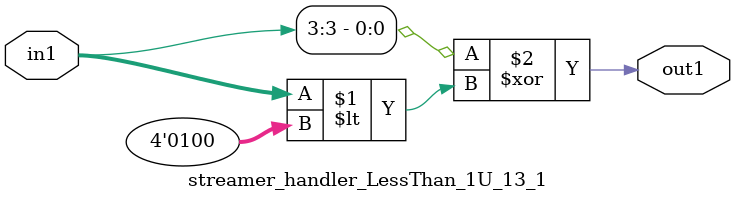
<source format=v>

`timescale 1ps / 1ps


module streamer_handler_LessThan_1U_13_1( in1, out1 );

    input [3:0] in1;
    output out1;

    
    // rtl_process:qkt_macro_handler_hub_LessThan_1U_35_1/qkt_macro_handler_hub_LessThan_1U_35_1_thread_1
    assign out1 = (in1[3] ^ in1 < 4'd04);

endmodule





</source>
